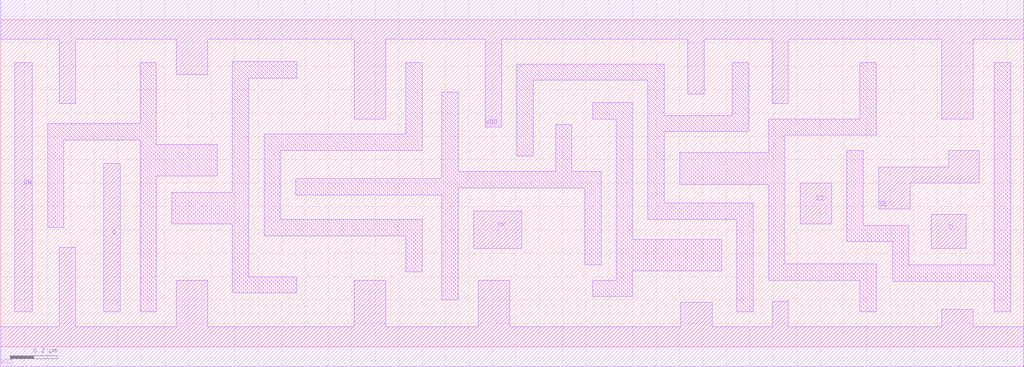
<source format=lef>
# 
# ******************************************************************************
# *                                                                            *
# *                   Copyright (C) 2004-2010, Nangate Inc.                    *
# *                           All rights reserved.                             *
# *                                                                            *
# * Nangate and the Nangate logo are trademarks of Nangate Inc.                *
# *                                                                            *
# * All trademarks, logos, software marks, and trade names (collectively the   *
# * "Marks") in this program are proprietary to Nangate or other respective    *
# * owners that have granted Nangate the right and license to use such Marks.  *
# * You are not permitted to use the Marks without the prior written consent   *
# * of Nangate or such third party that may own the Marks.                     *
# *                                                                            *
# * This file has been provided pursuant to a License Agreement containing     *
# * restrictions on its use. This file contains valuable trade secrets and     *
# * proprietary information of Nangate Inc., and is protected by U.S. and      *
# * international laws and/or treaties.                                        *
# *                                                                            *
# * The copyright notice(s) in this file does not indicate actual or intended  *
# * publication of this file.                                                  *
# *                                                                            *
# *     NGLibraryCreator, v2010.08-HR32-SP3-2010-08-05 - build 1009061800      *
# *                                                                            *
# ******************************************************************************
# 
# 
# Running on brazil06.nangate.com.br for user Giancarlo Franciscatto (gfr).
# Local time is now Fri, 3 Dec 2010, 19:32:18.
# Main process id is 27821.

VERSION 5.6 ;
BUSBITCHARS "[]" ;
DIVIDERCHAR "/" ;

MACRO SDFF_X1
  CLASS core ;
  FOREIGN SDFF_X1 0.0 0.0 ;
  ORIGIN 0 0 ;
  SYMMETRY X Y ;
  SITE FreePDK45_38x28_10R_NP_162NW_34O ;
  SIZE 4.37 BY 1.4 ;
  PIN D
    DIRECTION INPUT ;
    ANTENNAPARTIALMETALAREA 0.02175 LAYER metal1 ;
    ANTENNAPARTIALMETALSIDEAREA 0.0767 LAYER metal1 ;
    ANTENNAGATEAREA 0.03475 ;
    PORT
      LAYER metal1 ;
        POLYGON 3.975 0.42 4.125 0.42 4.125 0.565 3.975 0.565  ;
    END
  END D
  PIN SE
    DIRECTION INPUT ;
    ANTENNAPARTIALMETALAREA 0.05405 LAYER metal1 ;
    ANTENNAPARTIALMETALSIDEAREA 0.1768 LAYER metal1 ;
    ANTENNAGATEAREA 0.05775 ;
    PORT
      LAYER metal1 ;
        POLYGON 3.75 0.59 3.885 0.59 3.885 0.7 4.18 0.7 4.18 0.84 4.05 0.84 4.05 0.77 3.75 0.77  ;
    END
  END SE
  PIN SI
    DIRECTION INPUT ;
    ANTENNAPARTIALMETALAREA 0.023625 LAYER metal1 ;
    ANTENNAPARTIALMETALSIDEAREA 0.0806 LAYER metal1 ;
    ANTENNAGATEAREA 0.02625 ;
    PORT
      LAYER metal1 ;
        POLYGON 3.415 0.525 3.55 0.525 3.55 0.7 3.415 0.7  ;
    END
  END SI
  PIN CK
    DIRECTION INPUT ;
    ANTENNAPARTIALMETALAREA 0.0328 LAYER metal1 ;
    ANTENNAPARTIALMETALSIDEAREA 0.0949 LAYER metal1 ;
    ANTENNAGATEAREA 0.02625 ;
    PORT
      LAYER metal1 ;
        POLYGON 2.02 0.42 2.225 0.42 2.225 0.58 2.02 0.58  ;
    END
  END CK
  PIN Q
    DIRECTION OUTPUT ;
    ANTENNAPARTIALMETALAREA 0.04445 LAYER metal1 ;
    ANTENNAPARTIALMETALSIDEAREA 0.1833 LAYER metal1 ;
    ANTENNADIFFAREA 0.109725 ;
    PORT
      LAYER metal1 ;
        POLYGON 0.44 0.15 0.51 0.15 0.51 0.785 0.44 0.785  ;
    END
  END Q
  PIN QN
    DIRECTION OUTPUT ;
    ANTENNAPARTIALMETALAREA 0.079875 LAYER metal1 ;
    ANTENNAPARTIALMETALSIDEAREA 0.2964 LAYER metal1 ;
    ANTENNADIFFAREA 0.109725 ;
    PORT
      LAYER metal1 ;
        POLYGON 0.06 0.15 0.135 0.15 0.135 1.215 0.06 1.215  ;
    END
  END QN
  PIN VDD
    DIRECTION INOUT ;
    USE power ;
    SHAPE ABUTMENT ;
    PORT
      LAYER metal1 ;
        POLYGON 0 1.315 0.25 1.315 0.25 1.04 0.32 1.04 0.32 1.315 0.75 1.315 0.75 1.165 0.885 1.165 0.885 1.315 0.925 1.315 1.265 1.315 1.51 1.315 1.51 0.975 1.645 0.975 1.645 1.315 1.8 1.315 2.07 1.315 2.07 0.94 2.14 0.94 2.14 1.315 2.935 1.315 2.935 1.08 3.005 1.08 3.005 1.315 3.295 1.315 3.295 1.04 3.365 1.04 3.365 1.315 3.74 1.315 4.02 1.315 4.02 0.975 4.155 0.975 4.155 1.315 4.315 1.315 4.37 1.315 4.37 1.485 4.315 1.485 3.74 1.485 1.8 1.485 1.265 1.485 0.925 1.485 0 1.485  ;
    END
  END VDD
  PIN VSS
    DIRECTION INOUT ;
    USE ground ;
    SHAPE ABUTMENT ;
    PORT
      LAYER metal1 ;
        POLYGON 0 -0.085 4.37 -0.085 4.37 0.085 4.155 0.085 4.155 0.16 4.02 0.16 4.02 0.085 3.365 0.085 3.365 0.195 3.295 0.195 3.295 0.085 3.04 0.085 3.04 0.19 2.905 0.19 2.905 0.085 2.175 0.085 2.175 0.285 2.04 0.285 2.04 0.085 1.645 0.085 1.645 0.285 1.51 0.285 1.51 0.085 0.885 0.085 0.885 0.285 0.75 0.285 0.75 0.085 0.32 0.085 0.32 0.425 0.25 0.425 0.25 0.085 0 0.085  ;
    END
  END VSS
  OBS
      LAYER metal1 ;
        POLYGON 0.2 0.51 0.27 0.51 0.27 0.885 0.595 0.885 0.595 0.15 0.665 0.15 0.665 0.73 0.925 0.73 0.925 0.865 0.665 0.865 0.665 1.215 0.595 1.215 0.595 0.955 0.2 0.955  ;
        POLYGON 1.06 1.15 1.265 1.15 1.265 1.22 0.99 1.22 0.99 0.66 0.73 0.66 0.73 0.525 0.99 0.525 0.99 0.23 1.265 0.23 1.265 0.3 1.06 0.3  ;
        POLYGON 1.195 0.84 1.8 0.84 1.8 1.215 1.73 1.215 1.73 0.91 1.125 0.91 1.125 0.475 1.73 0.475 1.73 0.32 1.8 0.32 1.8 0.545 1.195 0.545  ;
        POLYGON 1.26 0.65 1.885 0.65 1.885 0.2 1.955 0.2 1.955 0.68 2.495 0.68 2.495 0.35 2.565 0.35 2.565 0.75 2.44 0.75 2.44 0.95 2.37 0.95 2.37 0.75 1.955 0.75 1.955 1.09 1.885 1.09 1.885 0.72 1.26 0.72  ;
        POLYGON 2.53 0.975 2.63 0.975 2.63 0.285 2.53 0.285 2.53 0.215 2.7 0.215 2.7 0.325 3.08 0.325 3.08 0.46 2.7 0.46 2.7 1.045 2.53 1.045  ;
        POLYGON 2.205 0.815 2.275 0.815 2.275 1.14 2.765 1.14 2.765 0.545 3.145 0.545 3.145 0.15 3.215 0.15 3.215 0.615 2.835 0.615 2.835 0.92 3.195 0.92 3.195 1.215 3.125 1.215 3.125 0.99 2.835 0.99 2.835 1.21 2.205 1.21  ;
        POLYGON 3.35 0.905 3.74 0.905 3.74 1.215 3.67 1.215 3.67 0.975 3.28 0.975 3.28 0.83 2.9 0.83 2.9 0.695 3.28 0.695 3.28 0.285 3.67 0.285 3.67 0.15 3.74 0.15 3.74 0.355 3.35 0.355  ;
        POLYGON 3.615 0.45 3.81 0.45 3.81 0.28 4.245 0.28 4.245 0.15 4.315 0.15 4.315 1.215 4.245 1.215 4.245 0.35 3.88 0.35 3.88 0.52 3.685 0.52 3.685 0.84 3.615 0.84  ;
  END
END SDFF_X1

END LIBRARY
#
# End of file
#

</source>
